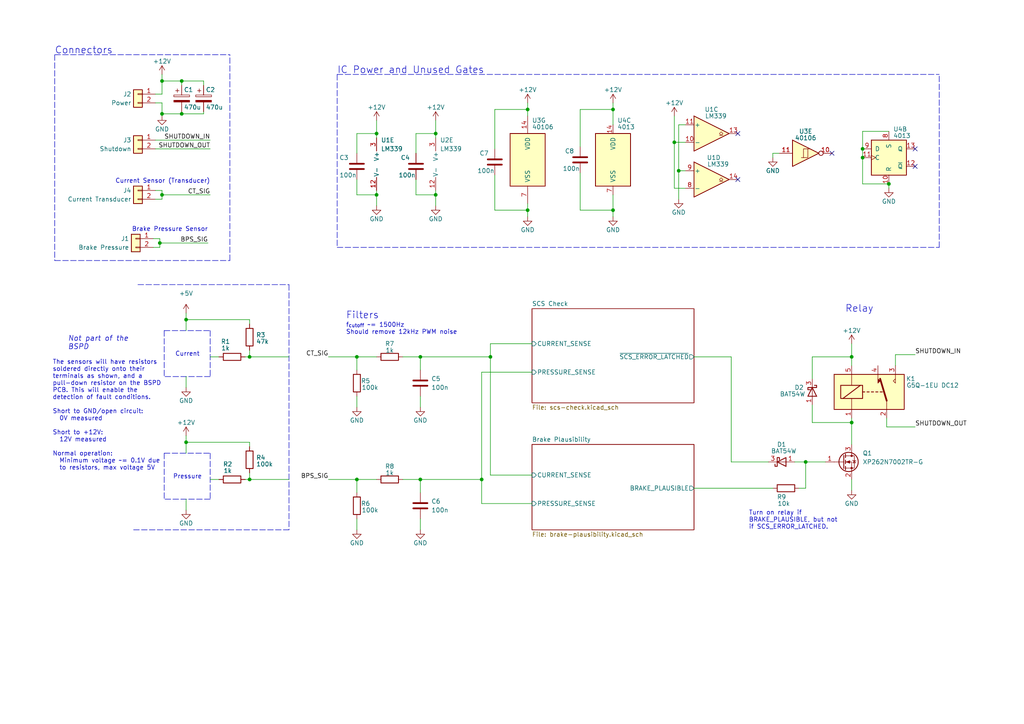
<source format=kicad_sch>
(kicad_sch (version 20211123) (generator eeschema)
  (paper "A4")
  (title_block (title "BSPD - Top Level") (date "2022-04-01") (rev "1") (company "SUFST - Southampton University Formula Student Team"))
  (lib_symbols
    (symbol "4xxx:40106" (pin_names (offset 1.016))
      (property "Reference" "U" (at 0 1.27 0))
      (property "Value" "40106" (at 0 -1.27 0))
      (symbol "40106_1_0"
        (polyline (pts (xy -0.635 -1.27) (xy -0.635 1.27) (xy 0.635 1.27)))
        (polyline (pts (xy -3.81 3.81) (xy -3.81 -3.81) (xy 3.81 0) (xy -3.81 3.81)) (stroke (width 0.254)) (fill (type background)))
        (polyline (pts (xy -1.27 -1.27) (xy 0.635 -1.27) (xy 0.635 1.27) (xy 1.27 1.27)))
        (pin input line (at -7.62 0 0) (length 3.81) (name "~") (number "1"))
        (pin output inverted (at 7.62 0 180) (length 3.81) (name "~") (number "2"))
      )
      (symbol "40106_2_0"
        (polyline (pts (xy -0.635 -1.27) (xy -0.635 1.27) (xy 0.635 1.27)))
        (polyline (pts (xy -3.81 3.81) (xy -3.81 -3.81) (xy 3.81 0) (xy -3.81 3.81)) (stroke (width 0.254)) (fill (type background)))
        (polyline (pts (xy -1.27 -1.27) (xy 0.635 -1.27) (xy 0.635 1.27) (xy 1.27 1.27)))
        (pin input line (at -7.62 0 0) (length 3.81) (name "~") (number "3"))
        (pin output inverted (at 7.62 0 180) (length 3.81) (name "~") (number "4"))
      )
      (symbol "40106_3_0"
        (polyline (pts (xy -0.635 -1.27) (xy -0.635 1.27) (xy 0.635 1.27)))
        (polyline (pts (xy -3.81 3.81) (xy -3.81 -3.81) (xy 3.81 0) (xy -3.81 3.81)) (stroke (width 0.254)) (fill (type background)))
        (polyline (pts (xy -1.27 -1.27) (xy 0.635 -1.27) (xy 0.635 1.27) (xy 1.27 1.27)))
        (pin input line (at -7.62 0 0) (length 3.81) (name "~") (number "5"))
        (pin output inverted (at 7.62 0 180) (length 3.81) (name "~") (number "6"))
      )
      (symbol "40106_4_0"
        (polyline (pts (xy -0.635 -1.27) (xy -0.635 1.27) (xy 0.635 1.27)))
        (polyline (pts (xy -3.81 3.81) (xy -3.81 -3.81) (xy 3.81 0) (xy -3.81 3.81)) (stroke (width 0.254)) (fill (type background)))
        (polyline (pts (xy -1.27 -1.27) (xy 0.635 -1.27) (xy 0.635 1.27) (xy 1.27 1.27)))
        (pin output inverted (at 7.62 0 180) (length 3.81) (name "~") (number "8"))
        (pin input line (at -7.62 0 0) (length 3.81) (name "~") (number "9"))
      )
      (symbol "40106_5_0"
        (polyline (pts (xy -0.635 -1.27) (xy -0.635 1.27) (xy 0.635 1.27)))
        (polyline (pts (xy -3.81 3.81) (xy -3.81 -3.81) (xy 3.81 0) (xy -3.81 3.81)) (stroke (width 0.254)) (fill (type background)))
        (polyline (pts (xy -1.27 -1.27) (xy 0.635 -1.27) (xy 0.635 1.27) (xy 1.27 1.27)))
        (pin output inverted (at 7.62 0 180) (length 3.81) (name "~") (number "10"))
        (pin input line (at -7.62 0 0) (length 3.81) (name "~") (number "11"))
      )
      (symbol "40106_6_0"
        (polyline (pts (xy -0.635 -1.27) (xy -0.635 1.27) (xy 0.635 1.27)))
        (polyline (pts (xy -3.81 3.81) (xy -3.81 -3.81) (xy 3.81 0) (xy -3.81 3.81)) (stroke (width 0.254)) (fill (type background)))
        (polyline (pts (xy -1.27 -1.27) (xy 0.635 -1.27) (xy 0.635 1.27) (xy 1.27 1.27)))
        (pin output inverted (at 7.62 0 180) (length 3.81) (name "~") (number "12"))
        (pin input line (at -7.62 0 0) (length 3.81) (name "~") (number "13"))
      )
      (symbol "40106_7_0"
        (pin power_in line (at 0 12.7 270) (length 5.08) (name "VDD") (number "14"))
        (pin power_in line (at 0 -12.7 90) (length 5.08) (name "VSS") (number "7"))
      )
      (symbol "40106_7_1"
        (rectangle (start -5.08 7.62) (end 5.08 -7.62) (stroke (width 0.254)) (fill (type background)))
      )
    )
    (symbol "4xxx:4013" (pin_names (offset 1.016))
      (property "Reference" "U" (at -7.62 8.89 0))
      (property "Value" "4013" (at -7.62 -8.89 0))
      (symbol "4013_1_1"
        (rectangle (start -5.08 5.08) (end 5.08 -5.08) (stroke (width 0.254)) (fill (type background)))
        (pin output line (at 7.62 2.54 180) (length 2.54) (name "Q") (number "1"))
        (pin output line (at 7.62 -2.54 180) (length 2.54) (name "~{Q}") (number "2"))
        (pin input clock (at -7.62 0 0) (length 2.54) (name "C") (number "3"))
        (pin input line (at 0 -7.62 90) (length 2.54) (name "R") (number "4"))
        (pin input line (at -7.62 2.54 0) (length 2.54) (name "D") (number "5"))
        (pin input line (at 0 7.62 270) (length 2.54) (name "S") (number "6"))
      )
      (symbol "4013_2_1"
        (rectangle (start -5.08 5.08) (end 5.08 -5.08) (stroke (width 0.254)) (fill (type background)))
        (pin input line (at 0 -7.62 90) (length 2.54) (name "R") (number "10"))
        (pin input clock (at -7.62 0 0) (length 2.54) (name "C") (number "11"))
        (pin output line (at 7.62 -2.54 180) (length 2.54) (name "~{Q}") (number "12"))
        (pin output line (at 7.62 2.54 180) (length 2.54) (name "Q") (number "13"))
        (pin input line (at 0 7.62 270) (length 2.54) (name "S") (number "8"))
        (pin input line (at -7.62 2.54 0) (length 2.54) (name "D") (number "9"))
      )
      (symbol "4013_3_0"
        (pin power_in line (at 0 10.16 270) (length 2.54) (name "VDD") (number "14"))
        (pin power_in line (at 0 -10.16 90) (length 2.54) (name "VSS") (number "7"))
      )
      (symbol "4013_3_1"
        (rectangle (start -5.08 7.62) (end 5.08 -7.62) (stroke (width 0.254)) (fill (type background)))
      )
    )
    (symbol "Comparator:LM339" (pin_names (offset 0.127))
      (property "Reference" "U" (at 0 5.08 0))
      (property "Value" "LM339" (at 0 -5.08 0))
      (symbol "LM339_1_1"
        (polyline (pts (xy -5.08 5.08) (xy 5.08 0) (xy -5.08 -5.08) (xy -5.08 5.08)) (stroke (width 0.254)) (fill (type background)))
        (polyline (pts (xy 3.302 -0.508) (xy 2.794 -0.508) (xy 3.302 0) (xy 2.794 0.508) (xy 2.286 0) (xy 2.794 -0.508) (xy 2.286 -0.508)) (stroke (width 0.127)))
        (pin open_collector line (at 7.62 0 180) (length 2.54) (name "~") (number "2"))
        (pin input line (at -7.62 -2.54 0) (length 2.54) (name "-") (number "4"))
        (pin input line (at -7.62 2.54 0) (length 2.54) (name "+") (number "5"))
      )
      (symbol "LM339_2_1"
        (polyline (pts (xy -5.08 5.08) (xy 5.08 0) (xy -5.08 -5.08) (xy -5.08 5.08)) (stroke (width 0.254)) (fill (type background)))
        (polyline (pts (xy 3.302 -0.508) (xy 2.794 -0.508) (xy 3.302 0) (xy 2.794 0.508) (xy 2.286 0) (xy 2.794 -0.508) (xy 2.286 -0.508)) (stroke (width 0.127)))
        (pin open_collector line (at 7.62 0 180) (length 2.54) (name "~") (number "1"))
        (pin input line (at -7.62 -2.54 0) (length 2.54) (name "-") (number "6"))
        (pin input line (at -7.62 2.54 0) (length 2.54) (name "+") (number "7"))
      )
      (symbol "LM339_3_1"
        (polyline (pts (xy -5.08 5.08) (xy 5.08 0) (xy -5.08 -5.08) (xy -5.08 5.08)) (stroke (width 0.254)) (fill (type background)))
        (polyline (pts (xy 3.302 -0.508) (xy 2.794 -0.508) (xy 3.302 0) (xy 2.794 0.508) (xy 2.286 0) (xy 2.794 -0.508) (xy 2.286 -0.508)) (stroke (width 0.127)))
        (pin input line (at -7.62 -2.54 0) (length 2.54) (name "-") (number "10"))
        (pin input line (at -7.62 2.54 0) (length 2.54) (name "+") (number "11"))
        (pin open_collector line (at 7.62 0 180) (length 2.54) (name "~") (number "13"))
      )
      (symbol "LM339_4_1"
        (polyline (pts (xy -5.08 5.08) (xy 5.08 0) (xy -5.08 -5.08) (xy -5.08 5.08)) (stroke (width 0.254)) (fill (type background)))
        (polyline (pts (xy 3.302 -0.508) (xy 2.794 -0.508) (xy 3.302 0) (xy 2.794 0.508) (xy 2.286 0) (xy 2.794 -0.508) (xy 2.286 -0.508)) (stroke (width 0.127)))
        (pin open_collector line (at 7.62 0 180) (length 2.54) (name "~") (number "14"))
        (pin input line (at -7.62 -2.54 0) (length 2.54) (name "-") (number "8"))
        (pin input line (at -7.62 2.54 0) (length 2.54) (name "+") (number "9"))
      )
      (symbol "LM339_5_1"
        (pin power_in line (at -2.54 -7.62 90) (length 3.81) (name "V-") (number "12"))
        (pin power_in line (at -2.54 7.62 270) (length 3.81) (name "V+") (number "3"))
      )
    )
    (symbol "Connector_Generic:Conn_01x02" (pin_names (offset 1.016) hide)
      (property "Reference" "J" (at 0 2.54 0))
      (property "Value" "Conn_01x02" (at 0 -5.08 0))
      (symbol "Conn_01x02_1_1"
        (rectangle (start -1.27 -2.413) (end 0 -2.667) (stroke (width 0.1524)))
        (rectangle (start -1.27 0.127) (end 0 -0.127) (stroke (width 0.1524)))
        (rectangle (start -1.27 1.27) (end 1.27 -3.81) (stroke (width 0.254)) (fill (type background)))
        (pin passive line (at -5.08 0 0) (length 3.81) (name "Pin_1") (number "1"))
        (pin passive line (at -5.08 -2.54 0) (length 3.81) (name "Pin_2") (number "2"))
      )
    )
    (symbol "Device:C" (pin_numbers hide) (pin_names (offset 0.254))
      (property "Reference" "C" (at 0.635 2.54 0))
      (property "Value" "C" (at 0.635 -2.54 0))
      (symbol "C_0_1"
        (polyline (pts (xy -2.032 -0.762) (xy 2.032 -0.762)) (stroke (width 0.508)))
        (polyline (pts (xy -2.032 0.762) (xy 2.032 0.762)) (stroke (width 0.508)))
      )
      (symbol "C_1_1"
        (pin passive line (at 0 3.81 270) (length 2.794) (name "~") (number "1"))
        (pin passive line (at 0 -3.81 90) (length 2.794) (name "~") (number "2"))
      )
    )
    (symbol "Device:C_Polarized" (pin_numbers hide) (pin_names (offset 0.254))
      (property "Reference" "C" (at 0.635 2.54 0))
      (property "Value" "C_Polarized" (at 0.635 -2.54 0))
      (symbol "C_Polarized_0_1"
        (rectangle (start -2.286 0.508) (end 2.286 1.016))
        (polyline (pts (xy -1.778 2.286) (xy -0.762 2.286)))
        (polyline (pts (xy -1.27 2.794) (xy -1.27 1.778)))
        (rectangle (start 2.286 -0.508) (end -2.286 -1.016) (fill (type outline)))
      )
      (symbol "C_Polarized_1_1"
        (pin passive line (at 0 3.81 270) (length 2.794) (name "~") (number "1"))
        (pin passive line (at 0 -3.81 90) (length 2.794) (name "~") (number "2"))
      )
    )
    (symbol "Device:Q_NMOS_GSD" (pin_names (offset 0) hide)
      (property "Reference" "Q" (at 5.08 1.27 0))
      (property "Value" "Q_NMOS_GSD" (at 5.08 -1.27 0))
      (symbol "Q_NMOS_GSD_0_1"
        (polyline (pts (xy 0.254 0) (xy -2.54 0)))
        (polyline (pts (xy 0.254 1.905) (xy 0.254 -1.905)) (stroke (width 0.254)))
        (polyline (pts (xy 0.762 -1.27) (xy 0.762 -2.286)) (stroke (width 0.254)))
        (polyline (pts (xy 0.762 0.508) (xy 0.762 -0.508)) (stroke (width 0.254)))
        (polyline (pts (xy 0.762 2.286) (xy 0.762 1.27)) (stroke (width 0.254)))
        (polyline (pts (xy 2.54 2.54) (xy 2.54 1.778)))
        (polyline (pts (xy 2.54 -2.54) (xy 2.54 0) (xy 0.762 0)))
        (polyline (pts (xy 0.762 -1.778) (xy 3.302 -1.778) (xy 3.302 1.778) (xy 0.762 1.778)))
        (polyline (pts (xy 1.016 0) (xy 2.032 0.381) (xy 2.032 -0.381) (xy 1.016 0)) (fill (type outline)))
        (polyline (pts (xy 2.794 0.508) (xy 2.921 0.381) (xy 3.683 0.381) (xy 3.81 0.254)))
        (polyline (pts (xy 3.302 0.381) (xy 2.921 -0.254) (xy 3.683 -0.254) (xy 3.302 0.381)))
        (circle (center 1.651 0) (radius 2.794) (stroke (width 0.254)))
        (circle (center 2.54 -1.778) (radius 0.254) (fill (type outline)))
        (circle (center 2.54 1.778) (radius 0.254) (fill (type outline)))
      )
      (symbol "Q_NMOS_GSD_1_1"
        (pin input line (at -5.08 0 0) (length 2.54) (name "G") (number "1"))
        (pin passive line (at 2.54 -5.08 90) (length 2.54) (name "S") (number "2"))
        (pin passive line (at 2.54 5.08 270) (length 2.54) (name "D") (number "3"))
      )
    )
    (symbol "Device:R" (pin_numbers hide) (pin_names (offset 0))
      (property "Reference" "R" (at 2.032 0 90))
      (property "Value" "R" (at 0 0 90))
      (symbol "R_0_1"
        (rectangle (start -1.016 -2.54) (end 1.016 2.54) (stroke (width 0.254)))
      )
      (symbol "R_1_1"
        (pin passive line (at 0 3.81 270) (length 1.27) (name "~") (number "1"))
        (pin passive line (at 0 -3.81 90) (length 1.27) (name "~") (number "2"))
      )
    )
    (symbol "Diode:BAT54W" (pin_names (offset 1.016) hide)
      (property "Reference" "D" (at 0 2.54 0))
      (property "Value" "BAT54W" (at 0 -2.54 0))
      (symbol "BAT54W_0_1"
        (polyline (pts (xy 1.27 0) (xy -1.27 0)))
        (polyline (pts (xy 1.27 1.27) (xy 1.27 -1.27) (xy -1.27 0) (xy 1.27 1.27)) (stroke (width 0.254)))
        (polyline (pts (xy -1.905 0.635) (xy -1.905 1.27) (xy -1.27 1.27) (xy -1.27 -1.27) (xy -0.635 -1.27) (xy -0.635 -0.635)) (stroke (width 0.254)))
      )
      (symbol "BAT54W_1_1"
        (pin passive line (at 3.81 0 180) (length 2.54) (name "A") (number "1"))
        (pin no_connect line (at 0 0 90) (length 2.54) hide (name "NC") (number "2"))
        (pin passive line (at -3.81 0 0) (length 2.54) (name "K") (number "3"))
      )
    )
    (symbol "Relay:G5Q-1"
      (property "Reference" "K" (at 11.43 3.81 0))
      (property "Value" "G5Q-1" (at 11.43 1.27 0))
      (symbol "G5Q-1_0_0"
        (polyline (pts (xy 7.62 5.08) (xy 7.62 2.54) (xy 6.985 3.175) (xy 7.62 3.81)))
      )
      (symbol "G5Q-1_0_1"
        (rectangle (start -10.16 5.08) (end 10.16 -5.08) (stroke (width 0.254)) (fill (type background)))
        (rectangle (start -8.255 1.905) (end -1.905 -1.905) (stroke (width 0.254)))
        (polyline (pts (xy -7.62 -1.905) (xy -2.54 1.905)) (stroke (width 0.254)))
        (polyline (pts (xy -5.08 -5.08) (xy -5.08 -1.905)))
        (polyline (pts (xy -5.08 5.08) (xy -5.08 1.905)))
        (polyline (pts (xy -1.905 0) (xy -1.27 0)) (stroke (width 0.254)))
        (polyline (pts (xy -0.635 0) (xy 0 0)) (stroke (width 0.254)))
        (polyline (pts (xy 0.635 0) (xy 1.27 0)) (stroke (width 0.254)))
        (polyline (pts (xy 1.905 0) (xy 2.54 0)) (stroke (width 0.254)))
        (polyline (pts (xy 3.175 0) (xy 3.81 0)) (stroke (width 0.254)))
        (polyline (pts (xy 5.08 -2.54) (xy 3.175 3.81)) (stroke (width 0.508)))
        (polyline (pts (xy 5.08 -2.54) (xy 5.08 -5.08)))
        (polyline (pts (xy 2.54 5.08) (xy 2.54 2.54) (xy 3.175 3.175) (xy 2.54 3.81)) (fill (type outline)))
      )
      (symbol "G5Q-1_1_1"
        (pin passive line (at -5.08 -7.62 90) (length 2.54) (name "~") (number "1"))
        (pin passive line (at 5.08 -7.62 90) (length 2.54) (name "~") (number "2"))
        (pin passive line (at 7.62 7.62 270) (length 2.54) (name "~") (number "3"))
        (pin passive line (at 2.54 7.62 270) (length 2.54) (name "~") (number "4"))
        (pin passive line (at -5.08 7.62 270) (length 2.54) (name "~") (number "5"))
      )
    )
    (symbol "power:+12V" (power) (pin_names (offset 0))
      (property "Value" "+12V" (at 0 3.556 0))
      (symbol "+12V_0_1"
        (polyline (pts (xy -0.762 1.27) (xy 0 2.54)))
        (polyline (pts (xy 0 0) (xy 0 2.54)))
        (polyline (pts (xy 0 2.54) (xy 0.762 1.27)))
      )
      (symbol "+12V_1_1"
        (pin power_in line (at 0 0 90) (length 0) hide (name "+12V") (number "1"))
      )
    )
    (symbol "power:+5V" (power) (pin_names (offset 0))
      (property "Value" "+5V" (at 0 3.556 0))
      (symbol "+5V_0_1"
        (polyline (pts (xy -0.762 1.27) (xy 0 2.54)))
        (polyline (pts (xy 0 0) (xy 0 2.54)))
        (polyline (pts (xy 0 2.54) (xy 0.762 1.27)))
      )
      (symbol "+5V_1_1"
        (pin power_in line (at 0 0 90) (length 0) hide (name "+5V") (number "1"))
      )
    )
    (symbol "power:GND" (power) (pin_names (offset 0))
      (property "Value" "GND" (at 0 -3.81 0))
      (symbol "GND_0_1"
        (polyline (pts (xy 0 0) (xy 0 -1.27) (xy 1.27 -1.27) (xy 0 -2.54) (xy -1.27 -1.27) (xy 0 -1.27)))
      )
      (symbol "GND_1_1"
        (pin power_in line (at 0 0 270) (length 0) hide (name "GND") (number "1"))
      )
    )
  )
  (junction (at 126.365 38.735))
  (junction (at 142.24 103.505))
  (junction (at 195.58 41.275))
  (junction (at 53.975 128.27))
  (junction (at 46.99 23.495))
  (junction (at 177.8 31.75))
  (junction (at 126.365 56.515))
  (junction (at 121.92 139.065))
  (junction (at 52.705 23.495))
  (junction (at 72.39 139.065))
  (junction (at 46.99 33.02))
  (junction (at 103.505 103.505))
  (junction (at 103.505 139.065))
  (junction (at 53.975 92.71))
  (junction (at 139.7 139.065))
  (junction (at 46.355 70.485))
  (junction (at 109.22 38.735))
  (junction (at 247.015 122.555))
  (junction (at 250.19 43.18))
  (junction (at 109.22 56.515))
  (junction (at 250.19 45.72))
  (junction (at 153.035 60.96))
  (junction (at 177.8 60.96))
  (junction (at 72.39 103.505))
  (junction (at 247.015 103.505))
  (junction (at 196.85 49.53))
  (junction (at 257.81 53.34))
  (junction (at 121.92 103.505))
  (junction (at 233.68 133.985))
  (junction (at 52.705 33.02))
  (junction (at 46.99 56.515))
  (junction (at 153.035 31.75))
  (no_connect (at 213.995 38.735))
  (no_connect (at 213.995 52.07))
  (no_connect (at 241.3 44.45))
  (no_connect (at 265.43 48.26))
  (no_connect (at 265.43 43.18))
  (wire (pts (xy 233.68 133.985) (xy 239.395 133.985)))
  (wire (pts (xy 72.39 93.98) (xy 72.39 92.71)))
  (wire (pts (xy 235.585 117.475) (xy 235.585 122.555)))
  (wire (pts (xy 52.705 32.385) (xy 52.705 33.02)))
  (wire (pts (xy 46.99 29.845) (xy 45.085 29.845)))
  (wire (pts (xy 121.92 103.505) (xy 142.24 103.505)))
  (wire (pts (xy 231.775 141.605) (xy 233.68 141.605)))
  (wire (pts (xy 139.7 139.065) (xy 139.7 107.95)))
  (polyline (pts (xy 40.005 82.55) (xy 83.82 82.55)))
  (wire (pts (xy 52.705 24.765) (xy 52.705 23.495)))
  (polyline (pts (xy 97.79 71.755) (xy 272.415 71.755)))
  (wire (pts (xy 153.035 60.96) (xy 153.035 62.865)))
  (wire (pts (xy 126.365 34.925) (xy 126.365 38.735)))
  (wire (pts (xy 153.035 31.75) (xy 153.035 33.655)))
  (wire (pts (xy 257.81 53.34) (xy 257.81 54.61)))
  (wire (pts (xy 103.505 103.505) (xy 103.505 107.315)))
  (wire (pts (xy 109.22 38.735) (xy 109.22 40.005)))
  (wire (pts (xy 95.25 139.065) (xy 103.505 139.065)))
  (wire (pts (xy 121.92 139.065) (xy 139.7 139.065)))
  (wire (pts (xy 142.24 103.505) (xy 142.24 99.695)))
  (wire (pts (xy 103.505 44.45) (xy 103.505 38.735)))
  (wire (pts (xy 46.355 71.755) (xy 44.45 71.755)))
  (wire (pts (xy 72.39 101.6) (xy 72.39 103.505)))
  (wire (pts (xy 126.365 56.515) (xy 126.365 59.69)))
  (wire (pts (xy 95.25 103.505) (xy 103.505 103.505)))
  (wire (pts (xy 235.585 109.855) (xy 235.585 103.505)))
  (polyline (pts (xy 60.96 109.22) (xy 47.625 109.22)))
  (wire (pts (xy 224.155 44.45) (xy 226.06 44.45)))
  (wire (pts (xy 247.015 139.065) (xy 247.015 142.24)))
  (wire (pts (xy 46.99 33.02) (xy 46.99 33.655)))
  (wire (pts (xy 126.365 55.245) (xy 126.365 56.515)))
  (polyline (pts (xy 272.415 71.755) (xy 272.415 21.59)))
  (wire (pts (xy 109.22 56.515) (xy 109.22 59.69)))
  (wire (pts (xy 154.305 137.795) (xy 142.24 137.795)))
  (wire (pts (xy 46.99 29.845) (xy 46.99 33.02)))
  (polyline (pts (xy 38.735 153.67) (xy 83.82 153.67)))
  (wire (pts (xy 45.085 55.245) (xy 46.99 55.245)))
  (wire (pts (xy 139.7 139.065) (xy 139.7 146.05)))
  (wire (pts (xy 72.39 139.065) (xy 83.82 139.065)))
  (polyline (pts (xy 66.675 75.565) (xy 66.675 15.875)))
  (wire (pts (xy 46.99 23.495) (xy 46.99 27.305)))
  (wire (pts (xy 212.09 103.505) (xy 201.295 103.505)))
  (wire (pts (xy 120.65 56.515) (xy 126.365 56.515)))
  (wire (pts (xy 60.96 40.64) (xy 45.085 40.64)))
  (wire (pts (xy 120.65 38.735) (xy 126.365 38.735)))
  (wire (pts (xy 142.24 137.795) (xy 142.24 103.505)))
  (wire (pts (xy 121.92 139.065) (xy 116.84 139.065)))
  (wire (pts (xy 143.51 60.96) (xy 153.035 60.96)))
  (wire (pts (xy 257.175 121.285) (xy 257.175 123.825)))
  (wire (pts (xy 230.505 133.985) (xy 233.68 133.985)))
  (wire (pts (xy 72.39 139.065) (xy 71.12 139.065)))
  (wire (pts (xy 196.85 49.53) (xy 198.755 49.53)))
  (wire (pts (xy 103.505 38.735) (xy 109.22 38.735)))
  (wire (pts (xy 168.275 60.96) (xy 177.8 60.96)))
  (polyline (pts (xy 15.875 15.875) (xy 66.675 15.875)))
  (wire (pts (xy 177.8 29.845) (xy 177.8 31.75)))
  (wire (pts (xy 53.975 128.27) (xy 53.975 126.365)))
  (wire (pts (xy 201.295 141.605) (xy 224.155 141.605)))
  (wire (pts (xy 103.505 56.515) (xy 109.22 56.515)))
  (wire (pts (xy 168.275 42.545) (xy 168.275 31.75)))
  (polyline (pts (xy 47.625 95.885) (xy 47.625 109.22)))
  (polyline (pts (xy 15.875 15.875) (xy 15.875 75.565)))
  (wire (pts (xy 257.175 123.825) (xy 265.43 123.825)))
  (wire (pts (xy 46.99 57.785) (xy 45.085 57.785)))
  (wire (pts (xy 139.7 107.95) (xy 154.305 107.95)))
  (wire (pts (xy 46.99 56.515) (xy 46.99 57.785)))
  (wire (pts (xy 120.65 44.45) (xy 120.65 38.735)))
  (wire (pts (xy 143.51 43.18) (xy 143.51 31.75)))
  (wire (pts (xy 250.19 43.18) (xy 250.19 45.72)))
  (wire (pts (xy 195.58 41.275) (xy 195.58 54.61)))
  (wire (pts (xy 109.22 55.245) (xy 109.22 56.515)))
  (polyline (pts (xy 47.625 131.445) (xy 60.96 131.445)))
  (wire (pts (xy 142.24 99.695) (xy 154.305 99.695)))
  (wire (pts (xy 250.19 53.34) (xy 257.81 53.34)))
  (wire (pts (xy 45.085 27.305) (xy 46.99 27.305)))
  (wire (pts (xy 198.755 54.61) (xy 195.58 54.61)))
  (polyline (pts (xy 97.79 21.59) (xy 272.415 21.59)))
  (wire (pts (xy 177.8 60.96) (xy 177.8 62.865)))
  (wire (pts (xy 168.275 50.165) (xy 168.275 60.96)))
  (wire (pts (xy 46.355 70.485) (xy 46.355 71.755)))
  (wire (pts (xy 177.8 31.75) (xy 177.8 36.195)))
  (polyline (pts (xy 97.79 21.59) (xy 97.79 71.755)))
  (wire (pts (xy 126.365 38.735) (xy 126.365 40.005)))
  (wire (pts (xy 257.81 38.1) (xy 250.19 38.1)))
  (wire (pts (xy 247.015 99.695) (xy 247.015 103.505)))
  (wire (pts (xy 121.92 118.11) (xy 121.92 114.935)))
  (wire (pts (xy 103.505 139.065) (xy 103.505 142.875)))
  (wire (pts (xy 72.39 103.505) (xy 71.12 103.505)))
  (wire (pts (xy 72.39 103.505) (xy 83.82 103.505)))
  (wire (pts (xy 143.51 50.8) (xy 143.51 60.96)))
  (wire (pts (xy 153.035 29.845) (xy 153.035 31.75)))
  (polyline (pts (xy 60.96 95.885) (xy 60.96 109.22)))
  (wire (pts (xy 103.505 114.935) (xy 103.505 118.11)))
  (wire (pts (xy 59.055 33.02) (xy 52.705 33.02)))
  (wire (pts (xy 168.275 31.75) (xy 177.8 31.75)))
  (wire (pts (xy 109.22 34.925) (xy 109.22 38.735)))
  (wire (pts (xy 247.015 122.555) (xy 247.015 128.905)))
  (wire (pts (xy 52.705 33.02) (xy 46.99 33.02)))
  (polyline (pts (xy 60.96 144.78) (xy 47.625 144.78)))
  (wire (pts (xy 196.85 36.195) (xy 196.85 49.53)))
  (wire (pts (xy 103.505 150.495) (xy 103.505 153.67)))
  (wire (pts (xy 53.975 92.71) (xy 53.975 95.885)))
  (wire (pts (xy 52.705 23.495) (xy 46.99 23.495)))
  (polyline (pts (xy 47.625 95.885) (xy 60.96 95.885)))
  (wire (pts (xy 72.39 129.54) (xy 72.39 128.27)))
  (wire (pts (xy 59.055 24.765) (xy 59.055 23.495)))
  (wire (pts (xy 53.975 144.78) (xy 53.975 147.955)))
  (wire (pts (xy 60.96 139.065) (xy 63.5 139.065)))
  (wire (pts (xy 212.09 133.985) (xy 212.09 103.505)))
  (wire (pts (xy 60.325 70.485) (xy 46.355 70.485)))
  (wire (pts (xy 235.585 103.505) (xy 247.015 103.505)))
  (wire (pts (xy 60.96 56.515) (xy 46.99 56.515)))
  (wire (pts (xy 103.505 139.065) (xy 109.22 139.065)))
  (wire (pts (xy 59.055 32.385) (xy 59.055 33.02)))
  (wire (pts (xy 103.505 52.07) (xy 103.505 56.515)))
  (wire (pts (xy 143.51 31.75) (xy 153.035 31.75)))
  (wire (pts (xy 195.58 33.655) (xy 195.58 41.275)))
  (wire (pts (xy 224.155 44.45) (xy 224.155 45.72)))
  (wire (pts (xy 198.755 36.195) (xy 196.85 36.195)))
  (wire (pts (xy 53.975 92.71) (xy 53.975 90.805)))
  (wire (pts (xy 59.055 23.495) (xy 52.705 23.495)))
  (wire (pts (xy 103.505 103.505) (xy 109.22 103.505)))
  (wire (pts (xy 247.015 121.285) (xy 247.015 122.555)))
  (wire (pts (xy 46.355 69.215) (xy 46.355 70.485)))
  (wire (pts (xy 177.8 60.96) (xy 177.8 56.515)))
  (wire (pts (xy 250.19 45.72) (xy 250.19 53.34)))
  (wire (pts (xy 60.96 43.18) (xy 45.085 43.18)))
  (wire (pts (xy 72.39 92.71) (xy 53.975 92.71)))
  (wire (pts (xy 259.715 102.87) (xy 265.43 102.87)))
  (wire (pts (xy 53.975 128.27) (xy 53.975 131.445)))
  (polyline (pts (xy 15.875 75.565) (xy 66.675 75.565)))
  (polyline (pts (xy 83.82 82.55) (xy 83.82 153.67)))
  (wire (pts (xy 60.96 103.505) (xy 63.5 103.505)))
  (wire (pts (xy 72.39 137.16) (xy 72.39 139.065)))
  (wire (pts (xy 247.015 103.505) (xy 247.015 106.045)))
  (wire (pts (xy 53.975 109.22) (xy 53.975 112.395)))
  (wire (pts (xy 212.09 133.985) (xy 222.885 133.985)))
  (wire (pts (xy 121.92 107.315) (xy 121.92 103.505)))
  (wire (pts (xy 153.035 60.96) (xy 153.035 59.055)))
  (wire (pts (xy 46.99 21.59) (xy 46.99 23.495)))
  (wire (pts (xy 121.92 142.875) (xy 121.92 139.065)))
  (wire (pts (xy 139.7 146.05) (xy 154.305 146.05)))
  (wire (pts (xy 44.45 69.215) (xy 46.355 69.215)))
  (wire (pts (xy 196.85 49.53) (xy 196.85 57.785)))
  (wire (pts (xy 235.585 122.555) (xy 247.015 122.555)))
  (wire (pts (xy 250.19 38.1) (xy 250.19 43.18)))
  (wire (pts (xy 233.68 133.985) (xy 233.68 141.605)))
  (wire (pts (xy 121.92 103.505) (xy 116.84 103.505)))
  (wire (pts (xy 259.715 106.045) (xy 259.715 102.87)))
  (wire (pts (xy 46.99 55.245) (xy 46.99 56.515)))
  (wire (pts (xy 120.65 52.07) (xy 120.65 56.515)))
  (polyline (pts (xy 47.625 131.445) (xy 47.625 144.78)))
  (polyline (pts (xy 60.96 131.445) (xy 60.96 144.78)))
  (wire (pts (xy 121.92 153.67) (xy 121.92 150.495)))
  (wire (pts (xy 195.58 41.275) (xy 198.755 41.275)))
  (wire (pts (xy 72.39 128.27) (xy 53.975 128.27)))
  (text "Brake Pressure Sensor" (at 60.325 67.31 180) (effects (font (size 1.27 1.27)) (justify right bottom)))
  (text "Connectors" (at 15.875 15.875 0) (effects (font (size 2 2)) (justify left bottom)))
  (text "f_{cutoff} ~= 1500Hz\nShould remove 12kHz PWM noise" (at 100.33 97.155 0) (effects (font (size 1.27 1.27)) (justify left bottom)))
  (text "Current Sensor (Transducer)" (at 60.96 53.34 180) (effects (font (size 1.27 1.27)) (justify right bottom)))
  (text "Filters" (at 100.33 92.71 0) (effects (font (size 2 2)) (justify left bottom)))
  (text "The sensors will have resistors\nsoldered directly onto their\nterminals as shown, and a\npull-down resistor on the BSPD\nPCB. This will enable the\ndetection of fault conditions.\n\nShort to GND/open circuit:\n  0V measured\n\nShort to +12V:\n  12V measured\n\nNormal operation:\n  Minimum voltage ~= 0.1V due\n  to resistors, max voltage 5V" (at 15.24 136.525 0) (effects (font (size 1.27 1.27)) (justify left bottom)))
  (text "Current" (at 50.8 103.505 0) (effects (font (size 1.27 1.27)) (justify left bottom)))
  (text "IC Power and Unused Gates" (at 97.79 21.59 0) (effects (font (size 2 2)) (justify left bottom)))
  (text "Relay" (at 245.11 90.805 0) (effects (font (size 2 2)) (justify left bottom)))
  (text "Pressure" (at 50.165 139.065 0) (effects (font (size 1.27 1.27)) (justify left bottom)))
  (text "Not part of the\nBSPD" (at 19.685 101.6 0) (effects (font (size 1.5 1.5) italic) (justify left bottom)))
  (text "Turn on relay if\nBRAKE_PLAUSIBLE, but not\nif SCS_ERROR_LATCHED." (at 217.17 153.67 0) (effects (font (size 1.27 1.27)) (justify left bottom)))
  (label "SHUTDOWN_OUT" (at 265.43 123.825 0))
  (label "CT_SIG" (at 60.96 56.515 180))
  (label "SHUTDOWN_IN" (at 265.43 102.87 0))
  (label "CT_SIG" (at 95.25 103.505 180))
  (label "SHUTDOWN_OUT" (at 60.96 43.18 180))
  (label "BPS_SIG" (at 60.325 70.485 180))
  (label "SHUTDOWN_IN" (at 60.96 40.64 180))
  (label "BPS_SIG" (at 95.25 139.065 180))
  (symbol (lib_id "Device:R") (at 67.31 103.505 90) (unit 1) (in_bom no) (on_board no)
    (property "Reference" "R1" (at 65.405 99.06 90))
    (property "Value" "1k" (at 65.405 100.965 90))
  )
  (symbol (lib_id "4xxx:4013") (at 177.8 46.355 0) (unit 3)
    (property "Reference" "U4" (at 179.07 34.925 0) (effects (justify left)))
    (property "Value" "4013" (at 179.07 36.83 0) (effects (justify left)))
    (property "Datasheet" "http://www.onsemi.com/pub/Collateral/MC14013B-D.PDF" (effects hide))
  )
  (symbol (lib_id "power:+12V") (at 195.58 33.655 0) (unit 1)
    (property "Reference" "#PWR019" (effects hide))
    (property "Value" "+12V" (at 195.58 29.845 0))
  )
  (symbol (lib_id "Device:C") (at 120.65 48.26 0) (unit 1)
    (property "Reference" "C4" (at 116.205 45.72 0) (effects (justify left)))
    (property "Value" "100n" (at 115.57 50.8 0) (effects (justify left)))
  )
  (symbol (lib_id "power:GND") (at 177.8 62.865 0) (unit 1)
    (property "Reference" "#PWR018" (effects hide))
    (property "Value" "GND" (at 177.8 66.675 0))
  )
  (symbol (lib_id "Device:C_Polarized") (at 59.055 28.575 0) (unit 1)
    (property "Reference" "C2" (at 59.69 26.035 0) (effects (justify left)))
    (property "Value" "470u" (at 59.69 31.115 0) (effects (justify left)))
  )
  (symbol (lib_id "power:GND") (at 53.975 147.955 0) (unit 1)
    (property "Reference" "#PWR06" (effects hide))
    (property "Value" "GND" (at 53.975 151.765 0))
  )
  (symbol (lib_id "Device:C") (at 143.51 46.99 0) (unit 1)
    (property "Reference" "C7" (at 139.065 44.45 0) (effects (justify left)))
    (property "Value" "100n" (at 138.43 49.53 0) (effects (justify left)))
  )
  (symbol (lib_id "power:GND") (at 247.015 142.24 0) (unit 1)
    (property "Reference" "#PWR023" (effects hide))
    (property "Value" "GND" (at 247.015 146.05 0))
  )
  (symbol (lib_id "power:+12V") (at 109.22 34.925 0) (unit 1)
    (property "Reference" "#PWR09" (effects hide))
    (property "Value" "+12V" (at 109.22 31.115 0))
  )
  (symbol (lib_id "Device:C") (at 121.92 111.125 0) (unit 1)
    (property "Reference" "C5" (at 125.095 109.8549 0) (effects (justify left)))
    (property "Value" "100n" (at 125.095 112.3949 0) (effects (justify left)))
  )
  (symbol (lib_id "power:GND") (at 196.85 57.785 0) (unit 1)
    (property "Reference" "#PWR020" (effects hide))
    (property "Value" "GND" (at 196.85 61.595 0))
  )
  (symbol (lib_id "power:GND") (at 53.975 112.395 0) (unit 1)
    (property "Reference" "#PWR04" (effects hide))
    (property "Value" "GND" (at 53.975 116.205 0))
  )
  (symbol (lib_id "Comparator:LM339") (at 206.375 52.07 0) (unit 4)
    (property "Reference" "U1" (at 207.01 45.72 0))
    (property "Value" "LM339" (at 208.28 47.625 0))
    (property "Datasheet" "https://www.st.com/resource/en/datasheet/lm139.pdf" (effects hide))
  )
  (symbol (lib_id "Device:C") (at 121.92 146.685 0) (unit 1)
    (property "Reference" "C6" (at 125.095 145.4149 0) (effects (justify left)))
    (property "Value" "100n" (at 125.095 147.9549 0) (effects (justify left)))
  )
  (symbol (lib_id "power:+5V") (at 53.975 90.805 0) (unit 1)
    (property "Reference" "#PWR03" (effects hide))
    (property "Value" "+5V" (at 53.975 85.09 0))
  )
  (symbol (lib_id "Connector_Generic:Conn_01x02") (at 39.37 69.215 0) (mirror y) (unit 1)
    (property "Reference" "J1" (at 37.465 69.215 0) (effects (justify left)))
    (property "Value" "Brake Pressure" (at 37.465 71.755 0) (effects (justify left)))
  )
  (symbol (lib_id "power:GND") (at 257.81 54.61 0) (unit 1)
    (property "Reference" "#PWR024" (effects hide))
    (property "Value" "GND" (at 257.81 58.42 0))
  )
  (symbol (lib_id "Connector_Generic:Conn_01x02") (at 40.005 27.305 0) (mirror y) (unit 1)
    (property "Reference" "J2" (at 38.1 27.305 0) (effects (justify left)))
    (property "Value" "Power" (at 38.1 29.845 0) (effects (justify left)))
  )
  (symbol (lib_id "power:GND") (at 121.92 118.11 0) (unit 1)
    (property "Reference" "#PWR011" (effects hide))
    (property "Value" "GND" (at 121.92 121.92 0))
  )
  (symbol (lib_id "Connector_Generic:Conn_01x02") (at 40.005 55.245 0) (mirror y) (unit 1)
    (property "Reference" "J4" (at 38.1 55.245 0) (effects (justify left)))
    (property "Value" "Current Transducer" (at 38.1 57.785 0) (effects (justify left)))
  )
  (symbol (lib_id "power:GND") (at 126.365 59.69 0) (unit 1)
    (property "Reference" "#PWR014" (effects hide))
    (property "Value" "GND" (at 126.365 63.5 0))
  )
  (symbol (lib_id "power:GND") (at 46.99 33.655 0) (mirror y) (unit 1)
    (property "Reference" "#PWR02" (effects hide))
    (property "Value" "GND" (at 46.99 37.465 0))
  )
  (symbol (lib_id "Device:R") (at 103.505 111.125 180) (unit 1)
    (property "Reference" "R5" (at 106.045 110.49 0))
    (property "Value" "100k" (at 107.315 112.395 0))
  )
  (symbol (lib_id "4xxx:40106") (at 233.68 44.45 0) (unit 5)
    (property "Reference" "U3" (at 233.68 38.1 0))
    (property "Value" "40106" (at 233.68 40.005 0))
    (property "Datasheet" "https://assets.nexperia.com/documents/data-sheet/HEF40106B.pdf" (effects hide))
  )
  (symbol (lib_id "Device:R") (at 103.505 146.685 180) (unit 1)
    (property "Reference" "R6" (at 106.045 146.05 0))
    (property "Value" "100k" (at 107.315 147.955 0))
  )
  (symbol (lib_id "Comparator:LM339") (at 128.905 47.625 0) (unit 5)
    (property "Reference" "U2" (at 127.635 40.64 0) (effects (justify left)))
    (property "Value" "LM339" (at 127.635 43.18 0) (effects (justify left)))
    (property "Datasheet" "https://www.st.com/resource/en/datasheet/lm139.pdf" (effects hide))
  )
  (symbol (lib_id "Device:C") (at 103.505 48.26 0) (unit 1)
    (property "Reference" "C3" (at 98.425 45.72 0) (effects (justify left)))
    (property "Value" "100n" (at 98.425 50.8 0) (effects (justify left)))
  )
  (symbol (lib_id "power:GND") (at 224.155 45.72 0) (unit 1)
    (property "Reference" "#PWR021" (effects hide))
    (property "Value" "GND" (at 224.155 49.53 0))
  )
  (symbol (lib_id "Comparator:LM339") (at 111.76 47.625 0) (unit 5)
    (property "Reference" "U1" (at 110.49 40.64 0) (effects (justify left)))
    (property "Value" "LM339" (at 110.49 43.18 0) (effects (justify left)))
    (property "Datasheet" "https://www.st.com/resource/en/datasheet/lm139.pdf" (effects hide))
  )
  (symbol (lib_id "Device:R") (at 72.39 133.35 0) (unit 1) (in_bom no) (on_board no)
    (property "Reference" "R4" (at 74.295 132.715 0) (effects (justify left)))
    (property "Value" "100k" (at 74.295 134.62 0) (effects (justify left)))
  )
  (symbol (lib_id "Device:C_Polarized") (at 52.705 28.575 0) (unit 1)
    (property "Reference" "C1" (at 53.34 26.035 0) (effects (justify left)))
    (property "Value" "470u" (at 53.34 31.115 0) (effects (justify left)))
  )
  (symbol (lib_id "power:+12V") (at 126.365 34.925 0) (unit 1)
    (property "Reference" "#PWR013" (effects hide))
    (property "Value" "+12V" (at 126.365 31.115 0))
  )
  (symbol (lib_id "power:GND") (at 121.92 153.67 0) (unit 1)
    (property "Reference" "#PWR012" (effects hide))
    (property "Value" "GND" (at 121.92 157.48 0))
  )
  (symbol (lib_id "power:+12V") (at 247.015 99.695 0) (unit 1)
    (property "Reference" "#PWR022" (effects hide))
    (property "Value" "+12V" (at 247.015 95.885 0))
  )
  (symbol (lib_id "Device:R") (at 67.31 139.065 90) (unit 1) (in_bom no) (on_board no)
    (property "Reference" "R2" (at 66.04 134.62 90))
    (property "Value" "1k" (at 66.04 136.525 90))
  )
  (symbol (lib_id "Connector_Generic:Conn_01x02") (at 40.005 40.64 0) (mirror y) (unit 1)
    (property "Reference" "J3" (at 38.1 40.64 0) (effects (justify left)))
    (property "Value" "Shutdown" (at 38.1 43.18 0) (effects (justify left)))
  )
  (symbol (lib_id "Diode:BAT54W") (at 235.585 113.665 270) (unit 1)
    (property "Reference" "D2" (at 231.775 112.395 90))
    (property "Value" "BAT54W" (at 229.87 114.3 90))
    (property "Footprint" "Package_TO_SOT_SMD:SOT-323_SC-70" (effects hide))
    (property "Datasheet" "https://assets.nexperia.com/documents/data-sheet/BAT54W_SER.pdf" (effects hide))
  )
  (symbol (lib_id "Device:Q_NMOS_GSD") (at 244.475 133.985 0) (unit 1)
    (property "Reference" "Q1" (at 250.19 131.445 0) (effects (justify left)))
    (property "Value" "XP262N7002TR-G" (at 250.19 133.985 0) (effects (justify left)))
    (property "Footprint" "Package_TO_SOT_SMD:SOT-23" (effects hide))
  )
  (symbol (lib_id "power:+12V") (at 177.8 29.845 0) (unit 1)
    (property "Reference" "#PWR017" (effects hide))
    (property "Value" "+12V" (at 177.8 26.035 0))
  )
  (symbol (lib_id "power:GND") (at 103.505 118.11 0) (unit 1)
    (property "Reference" "#PWR07" (effects hide))
    (property "Value" "GND" (at 103.505 121.92 0))
  )
  (symbol (lib_id "power:GND") (at 153.035 62.865 0) (unit 1)
    (property "Reference" "#PWR016" (effects hide))
    (property "Value" "GND" (at 153.035 66.675 0))
  )
  (symbol (lib_id "power:GND") (at 103.505 153.67 0) (unit 1)
    (property "Reference" "#PWR08" (effects hide))
    (property "Value" "GND" (at 103.505 157.48 0))
  )
  (symbol (lib_id "Diode:BAT54W") (at 226.695 133.985 0) (mirror x) (unit 1)
    (property "Reference" "D1" (at 226.695 128.905 0))
    (property "Value" "BAT54W" (at 227.33 130.81 0))
    (property "Footprint" "Package_TO_SOT_SMD:SOT-323_SC-70" (effects hide))
    (property "Datasheet" "https://assets.nexperia.com/documents/data-sheet/BAT54W_SER.pdf" (effects hide))
  )
  (symbol (lib_id "Relay:G5Q-1") (at 252.095 113.665 0) (unit 1)
    (property "Reference" "K1" (at 264.16 109.855 0))
    (property "Value" "G5Q-1EU DC12" (at 270.51 111.76 0))
    (property "Footprint" "footprints:PCH-112L2MH" (effects hide))
    (property "Datasheet" "https://www.omron.com/ecb/products/pdf/en-g5q.pdf" (effects hide))
  )
  (symbol (lib_id "Device:R") (at 227.965 141.605 90) (unit 1)
    (property "Reference" "R9" (at 226.695 144.145 90))
    (property "Value" "10k" (at 227.33 146.05 90))
  )
  (symbol (lib_id "power:+12V") (at 153.035 29.845 0) (unit 1)
    (property "Reference" "#PWR015" (effects hide))
    (property "Value" "+12V" (at 153.035 26.035 0))
  )
  (symbol (lib_id "Device:R") (at 113.03 103.505 90) (unit 1)
    (property "Reference" "R7" (at 113.03 99.695 90))
    (property "Value" "1k" (at 113.03 101.6 90))
  )
  (symbol (lib_id "4xxx:40106") (at 153.035 46.355 0) (unit 7)
    (property "Reference" "U3" (at 154.305 34.925 0) (effects (justify left)))
    (property "Value" "40106" (at 154.305 36.83 0) (effects (justify left)))
    (property "Datasheet" "https://assets.nexperia.com/documents/data-sheet/HEF40106B.pdf" (effects hide))
  )
  (symbol (lib_id "4xxx:4013") (at 257.81 45.72 0) (unit 2)
    (property "Reference" "U4" (at 259.08 37.465 0) (effects (justify left)))
    (property "Value" "4013" (at 259.08 39.37 0) (effects (justify left)))
    (property "Datasheet" "http://www.onsemi.com/pub/Collateral/MC14013B-D.PDF" (effects hide))
  )
  (symbol (lib_id "Device:C") (at 168.275 46.355 0) (unit 1)
    (property "Reference" "C8" (at 163.83 43.815 0) (effects (justify left)))
    (property "Value" "100n" (at 163.195 48.895 0) (effects (justify left)))
  )
  (symbol (lib_id "Device:R") (at 72.39 97.79 0) (unit 1) (in_bom no) (on_board no)
    (property "Reference" "R3" (at 74.295 97.155 0) (effects (justify left)))
    (property "Value" "47k" (at 74.295 99.06 0) (effects (justify left)))
  )
  (symbol (lib_id "power:+12V") (at 46.99 21.59 0) (mirror y) (unit 1)
    (property "Reference" "#PWR01" (effects hide))
    (property "Value" "+12V" (at 46.99 17.78 0))
  )
  (symbol (lib_id "Comparator:LM339") (at 206.375 38.735 0) (unit 3)
    (property "Reference" "U1" (at 206.375 31.75 0))
    (property "Value" "LM339" (at 207.645 33.655 0))
    (property "Datasheet" "https://www.st.com/resource/en/datasheet/lm139.pdf" (effects hide))
  )
  (symbol (lib_id "power:GND") (at 109.22 59.69 0) (unit 1)
    (property "Reference" "#PWR010" (effects hide))
    (property "Value" "GND" (at 109.22 63.5 0))
  )
  (symbol (lib_id "Device:R") (at 113.03 139.065 90) (unit 1)
    (property "Reference" "R8" (at 113.03 135.255 90))
    (property "Value" "1k" (at 113.03 137.16 90))
  )
  (symbol (lib_id "power:+12V") (at 53.975 126.365 0) (unit 1)
    (property "Reference" "#PWR05" (effects hide))
    (property "Value" "+12V" (at 53.975 122.555 0))
  )
  (sheet (at 154.305 89.535) (size 46.99 27.305) (stroke (width 0.1524))
    (property "Sheet name" "SCS Check" (at 154.305 88.8234 0) (effects (justify left bottom)))
    (property "Sheet file" "scs-check.kicad_sch" (at 154.305 117.4246 0) (effects (justify left top)))
    (pin "PRESSURE_SENSE" input (at 154.305 107.95 180))
    (pin "CURRENT_SENSE" input (at 154.305 99.695 180))
    (pin "~{SCS_ERROR_LATCHED}" output (at 201.295 103.505 0))
  )
  (sheet (at 154.305 128.905) (size 46.99 24.765) (stroke (width 0.1524))
    (property "Sheet name" "Brake Plausibility" (at 154.305 128.1934 0) (effects (justify left bottom)))
    (property "Sheet file" "brake-plausibility.kicad_sch" (at 154.305 154.2546 0) (effects (justify left top)))
    (pin "CURRENT_SENSE" input (at 154.305 137.795 180))
    (pin "PRESSURE_SENSE" input (at 154.305 146.05 180))
    (pin "BRAKE_PLAUSIBLE" output (at 201.295 141.605 0))
  )
)
</source>
